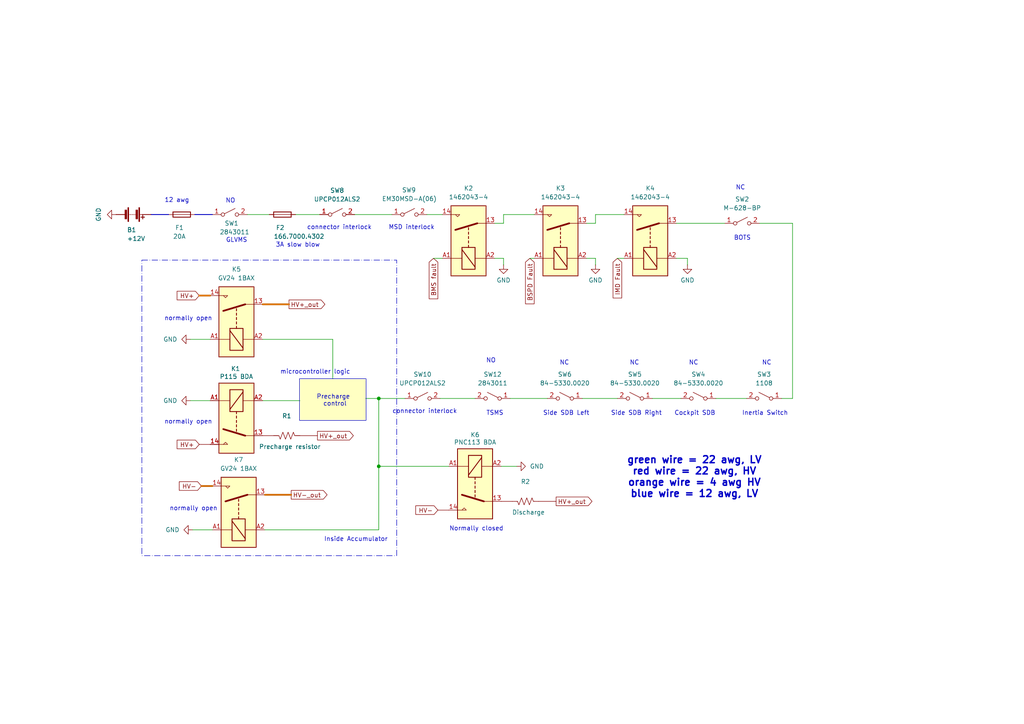
<source format=kicad_sch>
(kicad_sch (version 20231120) (generator "eeschema") (generator_version "8.0")
  (paper "A4")
  (lib_symbols
    (symbol "Device:Battery" (pin_numbers hide) (pin_names (offset 0) hide)
      (property "Reference" "BT" (at 2.54 2.54 0))
      (property "Value" "Battery" (at 2.54 0 0))
      (symbol "Battery_0_1"
        (rectangle (start -2.032 -1.397) (end 2.032 -1.651) (fill (type outline)))
        (rectangle (start -2.032 1.778) (end 2.032 1.524) (fill (type outline)))
        (rectangle (start -1.3208 -1.9812) (end 1.27 -2.4892) (fill (type outline)))
        (rectangle (start -1.3208 1.1938) (end 1.27 0.6858) (fill (type outline)))
        (polyline (pts (xy 0 -1.524) (xy 0 -1.27)))
        (polyline (pts (xy 0 -1.016) (xy 0 -0.762)))
        (polyline (pts (xy 0 -0.508) (xy 0 -0.254)))
        (polyline (pts (xy 0 0) (xy 0 0.254)))
        (polyline (pts (xy 0 0.508) (xy 0 0.762)))
        (polyline (pts (xy 0 1.778) (xy 0 2.54)))
        (polyline (pts (xy 0.254 2.667) (xy 1.27 2.667)) (stroke (width 0.254)))
        (polyline (pts (xy 0.762 3.175) (xy 0.762 2.159)) (stroke (width 0.254)))
      )
      (symbol "Battery_1_1"
        (pin passive line (at 0 5.08 270) (length 2.54) (name "+") (number "1"))
        (pin passive line (at 0 -5.08 90) (length 2.54) (name "-") (number "2"))
      )
    )
    (symbol "Device:Fuse" (pin_numbers hide) (pin_names (offset 0))
      (property "Reference" "F" (at 2.032 0 90))
      (property "Value" "Fuse" (at -1.905 0 90))
      (symbol "Fuse_0_1"
        (rectangle (start -0.762 -2.54) (end 0.762 2.54) (stroke (width 0.254)))
        (polyline (pts (xy 0 2.54) (xy 0 -2.54)))
      )
      (symbol "Fuse_1_1"
        (pin passive line (at 0 3.81 270) (length 1.27) (name "~") (number "1"))
        (pin passive line (at 0 -3.81 90) (length 1.27) (name "~") (number "2"))
      )
    )
    (symbol "Device:R_US" (pin_numbers hide) (pin_names (offset 0))
      (property "Reference" "R" (at 2.54 0 90))
      (property "Value" "R_US" (at -2.54 0 90))
      (symbol "R_US_0_1"
        (polyline (pts (xy 0 -2.286) (xy 0 -2.54)))
        (polyline (pts (xy 0 2.286) (xy 0 2.54)))
        (polyline (pts (xy 0 -0.762) (xy 1.016 -1.143) (xy 0 -1.524) (xy -1.016 -1.905) (xy 0 -2.286)))
        (polyline (pts (xy 0 0.762) (xy 1.016 0.381) (xy 0 0) (xy -1.016 -0.381) (xy 0 -0.762)))
        (polyline (pts (xy 0 2.286) (xy 1.016 1.905) (xy 0 1.524) (xy -1.016 1.143) (xy 0 0.762)))
      )
      (symbol "R_US_1_1"
        (pin passive line (at 0 3.81 270) (length 1.27) (name "~") (number "1"))
        (pin passive line (at 0 -3.81 90) (length 1.27) (name "~") (number "2"))
      )
    )
    (symbol "GND_1" (power) (pin_numbers hide) (pin_names (offset 0) hide)
      (property "Value" "GND" (at 0 -3.81 0))
      (symbol "GND_1_0_1"
        (polyline (pts (xy 0 0) (xy 0 -1.27) (xy 1.27 -1.27) (xy 0 -2.54) (xy -1.27 -1.27) (xy 0 -1.27)))
      )
      (symbol "GND_1_1_1"
        (pin power_in line (at 0 0 270) (length 0) (name "~") (number "1"))
      )
    )
    (symbol "Relay:Relay_SPST-NO"
      (property "Reference" "K" (at 11.43 3.81 0))
      (property "Value" "Relay_SPST-NO" (at 11.43 1.27 0))
      (symbol "Relay_SPST-NO_0_0"
        (polyline (pts (xy 7.62 5.08) (xy 7.62 2.54) (xy 6.985 3.175) (xy 7.62 3.81)))
      )
      (symbol "Relay_SPST-NO_0_1"
        (rectangle (start -10.16 5.08) (end 10.16 -5.08) (stroke (width 0.254)) (fill (type background)))
        (rectangle (start -8.255 1.905) (end -1.905 -1.905) (stroke (width 0.254)))
        (polyline (pts (xy -7.62 -1.905) (xy -2.54 1.905)) (stroke (width 0.254)))
        (polyline (pts (xy -5.08 -5.08) (xy -5.08 -1.905)))
        (polyline (pts (xy -5.08 5.08) (xy -5.08 1.905)))
        (polyline (pts (xy -1.905 0) (xy -1.27 0)) (stroke (width 0.254)))
        (polyline (pts (xy -0.635 0) (xy 0 0)) (stroke (width 0.254)))
        (polyline (pts (xy 0.635 0) (xy 1.27 0)) (stroke (width 0.254)))
        (polyline (pts (xy 1.905 0) (xy 2.54 0)) (stroke (width 0.254)))
        (polyline (pts (xy 3.175 0) (xy 3.81 0)) (stroke (width 0.254)))
        (polyline (pts (xy 5.08 -2.54) (xy 3.175 3.81)) (stroke (width 0.508)))
        (polyline (pts (xy 5.08 -2.54) (xy 5.08 -5.08)))
      )
      (symbol "Relay_SPST-NO_1_1"
        (pin passive line (at 5.08 -7.62 90) (length 2.54) (name "~") (number "13"))
        (pin passive line (at 7.62 7.62 270) (length 2.54) (name "~") (number "14"))
        (pin passive line (at -5.08 7.62 270) (length 2.54) (name "~") (number "A1"))
        (pin passive line (at -5.08 -7.62 90) (length 2.54) (name "~") (number "A2"))
      )
    )
    (symbol "Switch:SW_SPST" (pin_names (offset 0) hide)
      (property "Reference" "SW" (at 0 3.175 0))
      (property "Value" "SW_SPST" (at 0 -2.54 0))
      (symbol "SW_SPST_0_0"
        (circle (center -2.032 0) (radius 0.508))
        (polyline (pts (xy -1.524 0.254) (xy 1.524 1.778)))
        (circle (center 2.032 0) (radius 0.508))
      )
      (symbol "SW_SPST_1_1"
        (pin passive line (at -5.08 0 0) (length 2.54) (name "A") (number "1"))
        (pin passive line (at 5.08 0 180) (length 2.54) (name "B") (number "2"))
      )
    )
    (symbol "power:GND" (power) (pin_names (offset 0))
      (property "Value" "GND" (at 0 -3.81 0))
      (symbol "GND_0_1"
        (polyline (pts (xy 0 0) (xy 0 -1.27) (xy 1.27 -1.27) (xy 0 -2.54) (xy -1.27 -1.27) (xy 0 -1.27)))
      )
      (symbol "GND_1_1"
        (pin power_in line (at 0 0 270) (length 0) hide (name "GND") (number "1"))
      )
    )
  )
  (junction (at 109.855 115.57))
  (junction (at 109.855 135.255))
  (wire (pts (xy 147.955 115.57) (xy 158.75 115.57)))
  (wire (pts (xy 125.73 74.93) (xy 128.27 74.93)))
  (wire (pts (xy 109.855 115.57) (xy 109.855 135.255)))
  (wire (pts (xy 143.51 64.77) (xy 146.05 64.77)))
  (wire (pts (xy 179.07 74.93) (xy 180.975 74.93)))
  (wire (pts (xy 153.67 74.93) (xy 154.94 74.93)))
  (wire (pts (xy 76.2 116.205) (xy 86.995 116.205)))
  (wire (pts (xy 146.05 74.93) (xy 143.51 74.93)))
  (wire (pts (xy 102.87 62.23) (xy 113.665 62.23)))
  (wire (pts (xy 127 147.955) (xy 130.175 147.955)) (stroke (width 0) (color 132 0 0 1)))
  (wire (pts (xy 229.87 64.77) (xy 220.345 64.77)))
  (wire (pts (xy 170.18 64.77) (xy 172.72 64.77)))
  (wire (pts (xy 56.515 62.23) (xy 61.595 62.23)) (stroke (width 0.254) (color 0 0 194 1)))
  (wire (pts (xy 145.415 135.255) (xy 149.86 135.255)))
  (wire (pts (xy 199.39 74.93) (xy 199.39 76.835)))
  (wire (pts (xy 196.215 74.93) (xy 199.39 74.93)))
  (wire (pts (xy 172.72 74.93) (xy 172.72 76.835)))
  (wire (pts (xy 86.995 126.365) (xy 92.075 126.365)) (stroke (width 0) (color 132 0 0 1)))
  (wire (pts (xy 78.105 62.23) (xy 71.755 62.23)))
  (wire (pts (xy 226.695 115.57) (xy 229.87 115.57)))
  (wire (pts (xy 60.96 116.205) (xy 55.245 116.205)))
  (wire (pts (xy 92.71 62.23) (xy 85.725 62.23)))
  (wire (pts (xy 76.835 153.67) (xy 109.855 153.67)))
  (wire (pts (xy 123.825 62.23) (xy 128.27 62.23)))
  (wire (pts (xy 76.2 98.425) (xy 96.52 98.425)))
  (wire (pts (xy 76.2 88.265) (xy 83.82 88.265)) (stroke (width 0.508) (color 204 102 0 1)))
  (wire (pts (xy 146.05 74.93) (xy 146.05 76.835)))
  (wire (pts (xy 146.05 62.23) (xy 154.94 62.23)))
  (wire (pts (xy 109.855 115.57) (xy 117.475 115.57)))
  (wire (pts (xy 145.415 145.415) (xy 148.59 145.415)) (stroke (width 0) (color 132 0 0 1)))
  (wire (pts (xy 76.2 126.365) (xy 79.375 126.365)) (stroke (width 0) (color 132 0 0 1)))
  (wire (pts (xy 48.895 62.23) (xy 43.815 62.23)) (stroke (width 0.254) (color 0 0 194 1)))
  (wire (pts (xy 57.785 128.905) (xy 60.96 128.905)) (stroke (width 0) (color 132 0 0 1)))
  (wire (pts (xy 109.855 135.255) (xy 109.855 153.67)))
  (wire (pts (xy 197.485 115.57) (xy 189.23 115.57)))
  (wire (pts (xy 146.05 64.77) (xy 146.05 62.23)))
  (wire (pts (xy 61.595 153.67) (xy 55.88 153.67)))
  (wire (pts (xy 179.07 115.57) (xy 168.91 115.57)))
  (wire (pts (xy 57.785 85.725) (xy 60.96 85.725)) (stroke (width 0.508) (color 204 102 0 1)))
  (wire (pts (xy 76.835 143.51) (xy 84.455 143.51)) (stroke (width 0.508) (color 204 102 0 1)))
  (wire (pts (xy 196.215 64.77) (xy 210.185 64.77)))
  (wire (pts (xy 127.635 115.57) (xy 137.795 115.57)))
  (wire (pts (xy 58.42 140.97) (xy 61.595 140.97)) (stroke (width 0.508) (color 204 102 0 1)))
  (wire (pts (xy 109.855 135.255) (xy 130.175 135.255)))
  (wire (pts (xy 60.96 98.425) (xy 55.245 98.425)))
  (wire (pts (xy 96.52 98.425) (xy 96.52 109.855)))
  (wire (pts (xy 229.87 64.77) (xy 229.87 115.57)))
  (wire (pts (xy 106.045 115.57) (xy 109.855 115.57)))
  (wire (pts (xy 170.18 74.93) (xy 172.72 74.93)))
  (wire (pts (xy 172.72 64.77) (xy 172.72 62.23)))
  (wire (pts (xy 156.21 145.415) (xy 161.29 145.415)) (stroke (width 0) (color 132 0 0 1)))
  (wire (pts (xy 207.645 115.57) (xy 216.535 115.57)))
  (wire (pts (xy 172.72 62.23) (xy 180.975 62.23)))
  (rectangle (start 86.868 109.855) (end 106.172 121.92) (fill (type color) (color 255 255 194 1)))
  (rectangle (start 41.148 75.438) (end 115.062 161.163) (stroke (width 0) (type dash_dot)))
  (text "Normally closed" (at 138.176 153.416 0) (effects (font (size 1.27 1.27))))
  (text "Precharge \ncontrol" (at 97.155 116.205 0) (effects (font (size 1.27 1.27))))
  (text "Side SDB Left" (at 157.48 120.65 0) (effects (font (size 1.27 1.27)) (justify left bottom)))
  (text "Inertia Switch\n" (at 228.6 120.65 0) (effects (font (size 1.27 1.27)) (justify right bottom)))
  (text "connector interlock" (at 98.425 66.04 0) (effects (font (size 1.27 1.27))))
  (text "green wire = 22 awg, LV\nred wire = 22 awg, HV\norange wire = 4 awg HV\nblue wire = 12 awg, LV" (at 201.422 138.43 0) (effects (font (size 2.032 2.032) (thickness 0.4064) (bold yes))))
  (text "NC" (at 185.42 106.045 0) (effects (font (size 1.27 1.27)) (justify right bottom)))
  (text "NC" (at 202.565 106.045 0) (effects (font (size 1.27 1.27)) (justify right bottom)))
  (text "12 awg" (at 51.308 58.166 0) (effects (font (size 1.27 1.27))))
  (text "normally open" (at 54.61 122.428 0) (effects (font (size 1.27 1.27))))
  (text "NC" (at 165.1 106.045 0) (effects (font (size 1.27 1.27)) (justify right bottom)))
  (text "TSMS\n" (at 146.05 120.65 0) (effects (font (size 1.27 1.27)) (justify right bottom)))
  (text "Side SDB Right" (at 177.165 120.65 0) (effects (font (size 1.27 1.27)) (justify left bottom)))
  (text "normally open" (at 56.134 147.574 0) (effects (font (size 1.27 1.27))))
  (text "NC" (at 220.98 106.045 0) (effects (font (size 1.27 1.27)) (justify left bottom)))
  (text "BOTS\n" (at 217.805 69.85 0) (effects (font (size 1.27 1.27)) (justify right bottom)))
  (text "connector interlock" (at 123.19 119.38 0) (effects (font (size 1.27 1.27))))
  (text "GLVMS" (at 71.755 70.485 0) (effects (font (size 1.27 1.27)) (justify right bottom)))
  (text "NC" (at 213.36 55.245 0) (effects (font (size 1.27 1.27)) (justify left bottom)))
  (text "normally open" (at 54.61 92.456 0) (effects (font (size 1.27 1.27))))
  (text "NO" (at 140.97 105.41 0) (effects (font (size 1.27 1.27)) (justify left bottom)))
  (text "Inside Accumulator" (at 93.98 157.226 0) (effects (font (size 1.27 1.27)) (justify left bottom)))
  (text "Cockpit SDB" (at 195.58 120.65 0) (effects (font (size 1.27 1.27)) (justify left bottom)))
  (text "microcontroller logic" (at 91.44 107.95 0) (effects (font (size 1.27 1.27))))
  (text "NO" (at 65.405 59.055 0) (effects (font (size 1.27 1.27)) (justify left bottom)))
  (text "MSD interlock" (at 119.38 66.04 0) (effects (font (size 1.27 1.27))))
  (text "3A slow blow " (at 86.868 71.12 0) (effects (font (size 1.27 1.27))))
  (global_label "BMS fault" (shape input) (at 125.73 74.93 270) (property "Intersheetrefs" "${INTERSHEET_REFS}" (effects (hide yes))))
  (global_label "HV+" (shape input) (at 57.785 85.725 180) (property "Intersheetrefs" "${INTERSHEET_REFS}" (effects (hide yes))))
  (global_label "HV+_out" (shape output) (at 92.075 126.365 0) (property "Intersheetrefs" "${INTERSHEET_REFS}" (effects (hide yes))))
  (global_label "HV+" (shape input) (at 57.785 128.905 180) (property "Intersheetrefs" "${INTERSHEET_REFS}" (effects (hide yes))))
  (global_label "HV-" (shape input) (at 127 147.955 180) (property "Intersheetrefs" "${INTERSHEET_REFS}" (effects (hide yes))))
  (global_label "HV+_out" (shape output) (at 83.82 88.265 0) (property "Intersheetrefs" "${INTERSHEET_REFS}" (effects (hide yes))))
  (global_label "HV+_out" (shape output) (at 161.29 145.415 0) (property "Intersheetrefs" "${INTERSHEET_REFS}" (effects (hide yes))))
  (global_label "IMD Fault" (shape input) (at 179.07 74.93 270) (property "Intersheetrefs" "${INTERSHEET_REFS}" (effects (hide yes))))
  (global_label "BSPD Fault" (shape input) (at 153.67 74.93 270) (property "Intersheetrefs" "${INTERSHEET_REFS}" (effects (hide yes))))
  (global_label "HV-" (shape input) (at 58.42 140.97 180) (property "Intersheetrefs" "${INTERSHEET_REFS}" (effects (hide yes))))
  (global_label "HV-_out" (shape output) (at 84.455 143.51 0) (property "Intersheetrefs" "${INTERSHEET_REFS}" (effects (hide yes))))
  (symbol (lib_id "Switch:SW_SPST") (at 163.83 115.57 0) (mirror y) (unit 1)
    (property "Reference" "SW6" (at 163.83 108.585 0))
    (property "Value" "84-5330.0020" (at 163.83 111.125 0))
  )
  (symbol (lib_name "GND_1") (lib_id "power:GND") (at 172.72 76.835 0) (unit 1)
    (property "Reference" "#PWR02" (effects (hide yes)))
    (property "Value" "GND" (at 172.72 81.28 0))
    (property "Description" "Power symbol creates a global label with name \"GND\" , ground" (effects (hide yes)))
  )
  (symbol (lib_id "Switch:SW_SPST") (at 142.875 115.57 0) (mirror y) (unit 1)
    (property "Reference" "SW12" (at 142.875 108.585 0))
    (property "Value" "2843011" (at 142.875 111.125 0))
  )
  (symbol (lib_id "Switch:SW_SPST") (at 202.565 115.57 0) (mirror y) (unit 1)
    (property "Reference" "SW4" (at 202.565 108.585 0))
    (property "Value" "84-5330.0020" (at 202.565 111.125 0))
  )
  (symbol (lib_id "Switch:SW_SPST") (at 215.265 64.77 0) (unit 1)
    (property "Reference" "SW2" (at 215.265 57.785 0))
    (property "Value" "M-628-BP" (at 215.265 60.325 0))
  )
  (symbol (lib_id "power:GND") (at 33.655 62.23 270) (unit 1)
    (property "Reference" "#PWR0101" (effects (hide yes)))
    (property "Value" "GND" (at 28.575 62.23 0))
  )
  (symbol (lib_id "Relay:Relay_SPST-NO") (at 162.56 69.85 90) (unit 1)
    (property "Reference" "K3" (at 162.56 54.61 90))
    (property "Value" "1462043-4" (at 162.56 57.15 90))
    (property "Description" "Relay SPST, Normally Open, EN50005" (effects (hide yes)))
  )
  (symbol (lib_id "power:GND") (at 55.245 98.425 270) (unit 1)
    (property "Reference" "#PWR04" (effects (hide yes)))
    (property "Value" "GND" (at 51.435 98.4251 90) (effects (justify right)))
  )
  (symbol (lib_id "Relay:Relay_SPST-NO") (at 68.58 121.285 90) (mirror x) (unit 1)
    (property "Reference" "K1" (at 68.326 106.934 90))
    (property "Value" "P115 BDA" (at 68.58 109.22 90))
    (property "Description" "Relay SPST, Normally Open, EN50005" (effects (hide yes)))
  )
  (symbol (lib_id "Device:Fuse") (at 81.915 62.23 270) (unit 1)
    (property "Reference" "F2" (at 80.01 66.04 90) (effects (justify left)))
    (property "Value" "166.7000.4302" (at 79.375 68.58 90) (effects (justify left)))
  )
  (symbol (lib_id "Switch:SW_SPST") (at 118.745 62.23 0) (unit 1)
    (property "Reference" "SW9" (at 118.618 55.118 0))
    (property "Value" "EM30MSD-A(06)" (at 118.745 57.658 0))
    (property "Description" "Single Pole Single Throw (SPST) switch" (effects (hide yes)))
  )
  (symbol (lib_id "Switch:SW_SPST") (at 122.555 115.57 0) (unit 1)
    (property "Reference" "SW10" (at 122.555 108.585 0))
    (property "Value" "UPCP012ALS2" (at 122.555 111.125 0))
    (property "Description" "Single Pole Single Throw (SPST) switch" (effects (hide yes)))
  )
  (symbol (lib_id "Device:Battery") (at 38.735 62.23 270) (unit 1)
    (property "Reference" "B1" (at 36.83 66.675 90) (effects (justify left)))
    (property "Value" "+12V" (at 36.83 69.215 90) (effects (justify left)))
  )
  (symbol (lib_id "Relay:Relay_SPST-NO") (at 188.595 69.85 90) (unit 1)
    (property "Reference" "K4" (at 188.595 54.61 90))
    (property "Value" "1462043-4" (at 188.595 57.15 90))
    (property "Description" "Relay SPST, Normally Open, EN50005" (effects (hide yes)))
  )
  (symbol (lib_id "Switch:SW_SPST") (at 66.675 62.23 0) (unit 1)
    (property "Reference" "SW1" (at 69.215 64.77 0) (effects (justify right)))
    (property "Value" "2843011" (at 72.39 67.31 0) (effects (justify right)))
  )
  (symbol (lib_id "Device:Fuse") (at 52.705 62.23 270) (unit 1)
    (property "Reference" "F1" (at 50.8 66.04 90) (effects (justify left)))
    (property "Value" "20A" (at 50.165 68.58 90) (effects (justify left)))
  )
  (symbol (lib_name "GND_1") (lib_id "power:GND") (at 146.05 76.835 0) (unit 1)
    (property "Reference" "#PWR03" (effects (hide yes)))
    (property "Value" "GND" (at 146.05 81.28 0))
    (property "Description" "Power symbol creates a global label with name \"GND\" , ground" (effects (hide yes)))
  )
  (symbol (lib_id "Switch:SW_SPST") (at 184.15 115.57 0) (mirror y) (unit 1)
    (property "Reference" "SW5" (at 184.15 108.585 0))
    (property "Value" "84-5330.0020" (at 184.15 111.125 0))
  )
  (symbol (lib_id "Switch:SW_SPST") (at 97.79 62.23 0) (unit 1)
    (property "Reference" "SW8" (at 97.79 55.245 0))
    (property "Value" "UPCP012ALS2" (at 97.79 57.785 0))
    (property "Description" "Single Pole Single Throw (SPST) switch" (effects (hide yes)))
  )
  (symbol (lib_id "Device:R_US") (at 83.185 126.365 90) (mirror x) (unit 1)
    (property "Reference" "R1" (at 83.185 120.65 90))
    (property "Value" "Precharge resistor" (at 84.074 129.54 90))
    (property "Description" "Resistor, US symbol" (effects (hide yes)))
  )
  (symbol (lib_id "Relay:Relay_SPST-NO") (at 68.58 93.345 90) (unit 1)
    (property "Reference" "K5" (at 68.58 78.105 90))
    (property "Value" "GV24 1BAX" (at 68.58 80.645 90))
    (property "Description" "Relay SPST, Normally Open, EN50005" (effects (hide yes)))
  )
  (symbol (lib_name "GND_1") (lib_id "power:GND") (at 199.39 76.835 0) (unit 1)
    (property "Reference" "#PWR01" (effects (hide yes)))
    (property "Value" "GND" (at 199.39 81.28 0))
    (property "Description" "Power symbol creates a global label with name \"GND\" , ground" (effects (hide yes)))
  )
  (symbol (lib_id "power:GND") (at 55.245 116.205 270) (mirror x) (unit 1)
    (property "Reference" "#PWR?" (effects (hide yes)))
    (property "Value" "GND" (at 51.435 116.2049 90) (effects (justify right)))
  )
  (symbol (lib_id "Switch:SW_SPST") (at 221.615 115.57 0) (mirror y) (unit 1)
    (property "Reference" "SW3" (at 221.615 108.585 0))
    (property "Value" "1108" (at 221.615 111.125 0))
  )
  (symbol (lib_id "power:GND") (at 55.88 153.67 270) (unit 1)
    (property "Reference" "#PWR06" (effects (hide yes)))
    (property "Value" "GND" (at 52.07 153.6701 90) (effects (justify right)))
  )
  (symbol (lib_id "Relay:Relay_SPST-NO") (at 135.89 69.85 90) (unit 1)
    (property "Reference" "K2" (at 135.89 54.61 90))
    (property "Value" "1462043-4" (at 135.89 57.15 90))
    (property "Description" "Relay SPST, Normally Open, EN50005" (effects (hide yes)))
  )
  (symbol (lib_id "power:GND") (at 149.86 135.255 90) (unit 1)
    (property "Reference" "#PWR05" (effects (hide yes)))
    (property "Value" "GND" (at 153.67 135.2549 90) (effects (justify right)))
  )
  (symbol (lib_id "Device:R_US") (at 152.4 145.415 90) (mirror x) (unit 1)
    (property "Reference" "R2" (at 152.4 139.7 90))
    (property "Value" "Discharge" (at 153.289 148.59 90))
    (property "Description" "Resistor, US symbol" (effects (hide yes)))
  )
  (symbol (lib_id "Relay:Relay_SPST-NO") (at 69.215 148.59 90) (unit 1)
    (property "Reference" "K7" (at 69.215 133.35 90))
    (property "Value" "GV24 1BAX" (at 69.215 135.89 90))
    (property "Description" "Relay SPST, Normally Open, EN50005" (effects (hide yes)))
  )
  (symbol (lib_id "Relay:Relay_SPST-NO") (at 137.795 140.335 90) (mirror x) (unit 1)
    (property "Reference" "K6" (at 137.795 126.111 90))
    (property "Value" "PNC113 BDA" (at 137.795 128.27 90))
    (property "Description" "Relay SPST, Normally Open, EN50005" (effects (hide yes)))
  )
)
</source>
